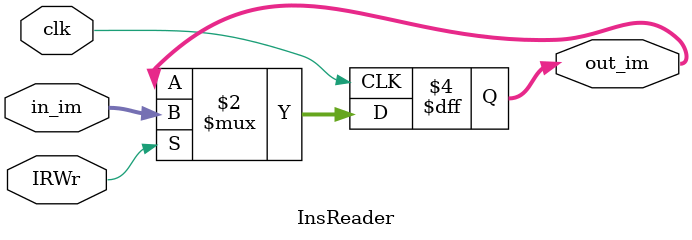
<source format=v>
module InsReader(input [31:0] in_im,  
         input IRWr,  
         input clk, 
         output reg [31:0] out_im  );
always @(posedge clk) begin
        if(IRWr) out_im <= in_im;  
end
endmodule
</source>
